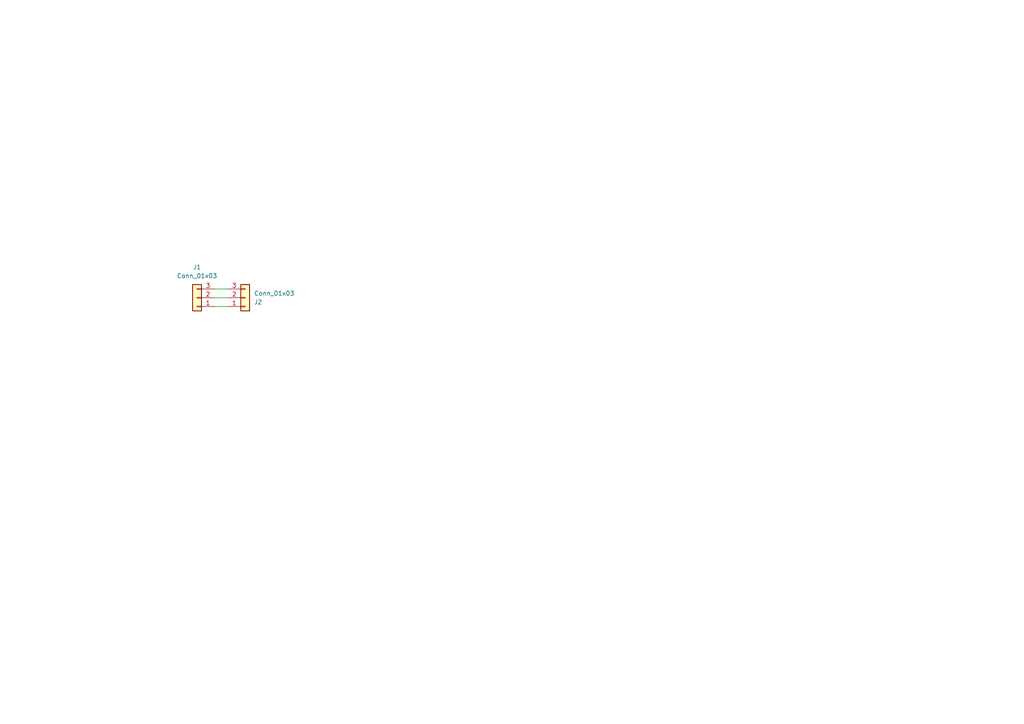
<source format=kicad_sch>
(kicad_sch (version 20230121) (generator eeschema)
  (paper "A4")
  (lib_symbols
    (symbol "Connector_Generic:Conn_01x03" (pin_names (offset 1.016) hide)
      (property "Reference" "J" (at 0 5.08 0))
      (property "Value" "Conn_01x03" (at 0 -5.08 0))
      (symbol "Conn_01x03_1_1"
        (rectangle (start -1.27 -2.413) (end 0 -2.667) (stroke (width 0.1524)))
        (rectangle (start -1.27 0.127) (end 0 -0.127) (stroke (width 0.1524)))
        (rectangle (start -1.27 2.667) (end 0 2.413) (stroke (width 0.1524)))
        (rectangle (start -1.27 3.81) (end 1.27 -3.81) (stroke (width 0.254)) (fill (type background)))
        (pin passive line (at -5.08 2.54 0) (length 3.81) (name "Pin_1") (number "1"))
        (pin passive line (at -5.08 0 0) (length 3.81) (name "Pin_2") (number "2"))
        (pin passive line (at -5.08 -2.54 0) (length 3.81) (name "Pin_3") (number "3"))
      )
    )
  )
  (wire (pts (xy 62.23 88.9) (xy 66.04 88.9)))
  (wire (pts (xy 62.23 86.36) (xy 66.04 86.36)))
  (wire (pts (xy 62.23 83.82) (xy 66.04 83.82)))
  (symbol (lib_id "Connector_Generic:Conn_01x03") (at 57.15 86.36 180) (unit 1)
    (property "Reference" "J1" (at 57.15 77.47 0))
    (property "Value" "Conn_01x03" (at 57.15 80.01 0))
    (property "Footprint" "Connector_PinHeader_2.54mm:PinHeader_1x03_P2.54mm_Vertical" (effects hide))
  )
  (symbol (lib_id "Connector_Generic:Conn_01x03") (at 71.12 86.36 0) (mirror x) (unit 1)
    (property "Reference" "J2" (at 73.66 87.63 0) (effects (justify left)))
    (property "Value" "Conn_01x03" (at 73.66 85.09 0) (effects (justify left)))
    (property "Footprint" "Connector_PinHeader_2.54mm:PinHeader_1x03_P2.54mm_Vertical" (effects hide))
  )
)
</source>
